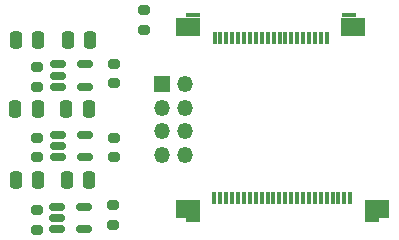
<source format=gts>
G04 #@! TF.GenerationSoftware,KiCad,Pcbnew,9.0.0*
G04 #@! TF.CreationDate,2025-09-01T10:59:56+03:00*
G04 #@! TF.ProjectId,OV24-RV_V1.0,4f563234-2d52-4565-9f56-312e302e6b69,rev?*
G04 #@! TF.SameCoordinates,Original*
G04 #@! TF.FileFunction,Soldermask,Top*
G04 #@! TF.FilePolarity,Negative*
%FSLAX46Y46*%
G04 Gerber Fmt 4.6, Leading zero omitted, Abs format (unit mm)*
G04 Created by KiCad (PCBNEW 9.0.0) date 2025-09-01 10:59:56*
%MOMM*%
%LPD*%
G01*
G04 APERTURE LIST*
G04 Aperture macros list*
%AMRoundRect*
0 Rectangle with rounded corners*
0 $1 Rounding radius*
0 $2 $3 $4 $5 $6 $7 $8 $9 X,Y pos of 4 corners*
0 Add a 4 corners polygon primitive as box body*
4,1,4,$2,$3,$4,$5,$6,$7,$8,$9,$2,$3,0*
0 Add four circle primitives for the rounded corners*
1,1,$1+$1,$2,$3*
1,1,$1+$1,$4,$5*
1,1,$1+$1,$6,$7*
1,1,$1+$1,$8,$9*
0 Add four rect primitives between the rounded corners*
20,1,$1+$1,$2,$3,$4,$5,0*
20,1,$1+$1,$4,$5,$6,$7,0*
20,1,$1+$1,$6,$7,$8,$9,0*
20,1,$1+$1,$8,$9,$2,$3,0*%
G04 Aperture macros list end*
%ADD10R,2.100000X1.600000*%
%ADD11R,1.300000X0.350000*%
%ADD12R,0.300000X1.100000*%
%ADD13RoundRect,0.200000X-0.275000X0.200000X-0.275000X-0.200000X0.275000X-0.200000X0.275000X0.200000X0*%
%ADD14RoundRect,0.150000X-0.512500X-0.150000X0.512500X-0.150000X0.512500X0.150000X-0.512500X0.150000X0*%
%ADD15RoundRect,0.250000X0.250000X0.475000X-0.250000X0.475000X-0.250000X-0.475000X0.250000X-0.475000X0*%
%ADD16R,1.350000X1.350000*%
%ADD17O,1.350000X1.350000*%
%ADD18RoundRect,0.200000X0.275000X-0.200000X0.275000X0.200000X-0.275000X0.200000X-0.275000X-0.200000X0*%
G04 APERTURE END LIST*
D10*
X85793750Y-80866250D03*
D11*
X85393750Y-81841250D03*
X70193750Y-81841250D03*
D10*
X69793750Y-80866250D03*
D12*
X83543750Y-79916250D03*
X83043750Y-79916250D03*
X82543750Y-79916250D03*
X82043750Y-79916250D03*
X81543750Y-79916250D03*
X81043750Y-79916250D03*
X80543750Y-79916250D03*
X80043750Y-79916250D03*
X79543750Y-79916250D03*
X79043750Y-79916250D03*
X78543750Y-79916250D03*
X78043750Y-79916250D03*
X77543750Y-79916250D03*
X77043750Y-79916250D03*
X76543750Y-79916250D03*
X76043750Y-79916250D03*
X75543750Y-79916250D03*
X75043750Y-79916250D03*
X74543750Y-79916250D03*
X74043750Y-79916250D03*
X73543750Y-79916250D03*
X73043750Y-79916250D03*
X72543750Y-79916250D03*
X72043750Y-79916250D03*
X81553750Y-66399250D03*
X81053750Y-66399250D03*
X80553750Y-66399250D03*
X80053750Y-66399250D03*
X79553750Y-66399250D03*
X79053750Y-66399250D03*
X78553750Y-66399250D03*
X78053750Y-66399250D03*
X77553750Y-66399250D03*
X77053750Y-66399250D03*
X76553750Y-66399250D03*
X76053750Y-66399250D03*
X75553750Y-66399250D03*
X75053750Y-66399250D03*
X74553750Y-66399250D03*
X74053750Y-66399250D03*
X73553750Y-66399250D03*
X73053750Y-66399250D03*
X72553750Y-66399250D03*
X72053750Y-66399250D03*
D10*
X83803750Y-65449250D03*
D11*
X83403750Y-64474250D03*
X70203750Y-64474250D03*
D10*
X69803750Y-65449250D03*
D13*
X63513750Y-70241250D03*
X63513750Y-68591250D03*
X63513750Y-76491250D03*
X63513750Y-74841250D03*
D14*
X58786250Y-74601250D03*
X58786250Y-75551250D03*
X58786250Y-76501250D03*
X61061250Y-76501250D03*
X61061250Y-74601250D03*
D15*
X57103750Y-78401250D03*
X55203750Y-78401250D03*
D14*
X58736250Y-80711250D03*
X58736250Y-81661250D03*
X58736250Y-82611250D03*
X61011250Y-82611250D03*
X61011250Y-80711250D03*
D15*
X57092500Y-72446250D03*
X55192500Y-72446250D03*
X61503750Y-66541250D03*
X59603750Y-66541250D03*
D16*
X67583750Y-70301250D03*
D17*
X69583750Y-70301250D03*
X67583750Y-72301250D03*
X69583750Y-72301250D03*
X67583750Y-74301250D03*
X69583750Y-74301250D03*
X67583750Y-76301250D03*
X69583750Y-76301250D03*
D14*
X58772500Y-68636250D03*
X58772500Y-69586250D03*
X58772500Y-70536250D03*
X61047500Y-70536250D03*
X61047500Y-68636250D03*
D15*
X61412500Y-72446250D03*
X59512500Y-72446250D03*
D18*
X66053750Y-65716250D03*
X66053750Y-64066250D03*
D13*
X57013750Y-74846250D03*
X57013750Y-76496250D03*
X57057500Y-68881250D03*
X57057500Y-70531250D03*
X63483750Y-80558750D03*
X63483750Y-82208750D03*
X57003750Y-80966250D03*
X57003750Y-82616250D03*
D15*
X61443750Y-78411250D03*
X59543750Y-78411250D03*
X57103750Y-66601250D03*
X55203750Y-66601250D03*
M02*

</source>
